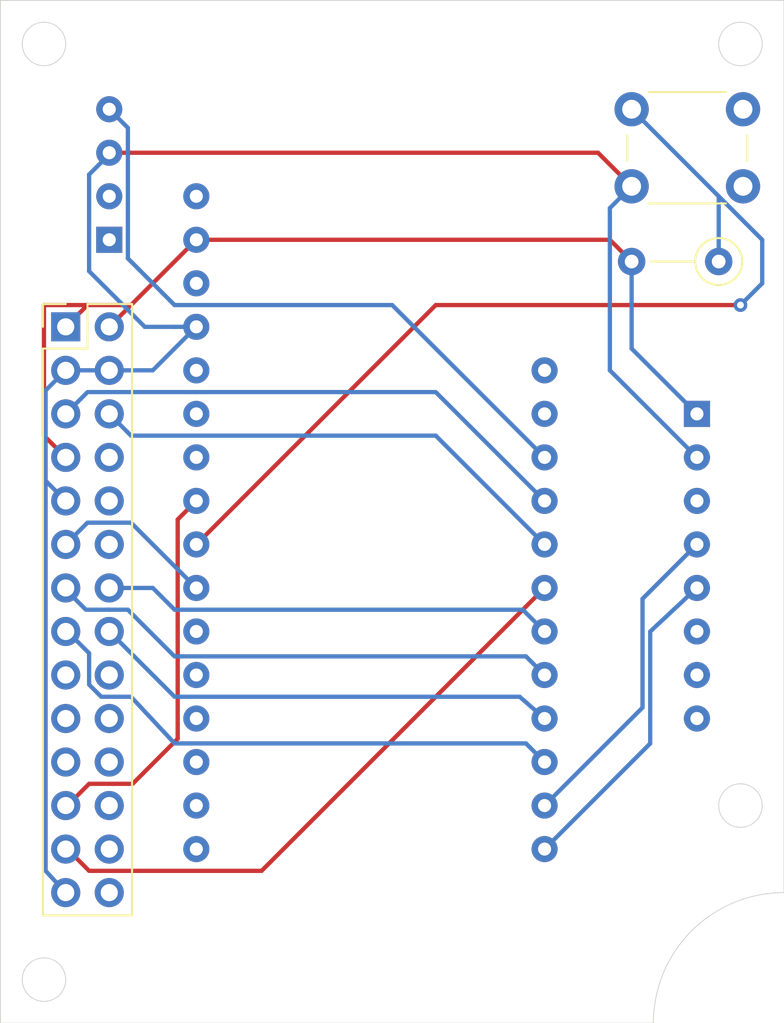
<source format=kicad_pcb>
(kicad_pcb (version 20171130) (host pcbnew "(5.1.12)-1")

  (general
    (thickness 1.6)
    (drawings 9)
    (tracks 86)
    (zones 0)
    (modules 6)
    (nets 47)
  )

  (page A4)
  (layers
    (0 F.Cu signal)
    (31 B.Cu signal)
    (32 B.Adhes user)
    (33 F.Adhes user)
    (34 B.Paste user)
    (35 F.Paste user)
    (36 B.SilkS user)
    (37 F.SilkS user)
    (38 B.Mask user)
    (39 F.Mask user)
    (40 Dwgs.User user hide)
    (41 Cmts.User user hide)
    (42 Eco1.User user hide)
    (43 Eco2.User user hide)
    (44 Edge.Cuts user)
    (45 Margin user)
    (46 B.CrtYd user)
    (47 F.CrtYd user hide)
    (48 B.Fab user)
    (49 F.Fab user)
  )

  (setup
    (last_trace_width 0.25)
    (trace_clearance 0.2)
    (zone_clearance 0.508)
    (zone_45_only no)
    (trace_min 0.2)
    (via_size 0.8)
    (via_drill 0.4)
    (via_min_size 0.4)
    (via_min_drill 0.3)
    (uvia_size 0.3)
    (uvia_drill 0.1)
    (uvias_allowed no)
    (uvia_min_size 0.2)
    (uvia_min_drill 0.1)
    (edge_width 0.05)
    (segment_width 0.2)
    (pcb_text_width 0.3)
    (pcb_text_size 1.5 1.5)
    (mod_edge_width 0.12)
    (mod_text_size 1 1)
    (mod_text_width 0.15)
    (pad_size 1.524 1.524)
    (pad_drill 0.762)
    (pad_to_mask_clearance 0)
    (aux_axis_origin 0 0)
    (visible_elements 7FFFFFFF)
    (pcbplotparams
      (layerselection 0x3f0fc_ffffffff)
      (usegerberextensions false)
      (usegerberattributes true)
      (usegerberadvancedattributes true)
      (creategerberjobfile true)
      (excludeedgelayer true)
      (linewidth 0.100000)
      (plotframeref false)
      (viasonmask false)
      (mode 1)
      (useauxorigin false)
      (hpglpennumber 1)
      (hpglpenspeed 20)
      (hpglpendiameter 15.000000)
      (psnegative false)
      (psa4output false)
      (plotreference true)
      (plotvalue true)
      (plotinvisibletext false)
      (padsonsilk false)
      (subtractmaskfromsilk false)
      (outputformat 1)
      (mirror false)
      (drillshape 0)
      (scaleselection 1)
      (outputdirectory "out/"))
  )

  (net 0 "")
  (net 1 "Net-(H1-Pad28)")
  (net 2 GND)
  (net 3 "Net-(H1-Pad26)")
  (net 4 /M3SLP)
  (net 5 "Net-(H1-Pad24)")
  (net 6 /M3PWM)
  (net 7 "Net-(H1-Pad22)")
  (net 8 "Net-(H1-Pad21)")
  (net 9 "Net-(H1-Pad20)")
  (net 10 "Net-(H1-Pad19)")
  (net 11 "Net-(H1-Pad18)")
  (net 12 "Net-(H1-Pad17)")
  (net 13 /M2SLP)
  (net 14 /M1SLP)
  (net 15 /M2PWM)
  (net 16 /M1PWM)
  (net 17 "Net-(H1-Pad12)")
  (net 18 /SOFT_LOCK1)
  (net 19 "Net-(H1-Pad10)")
  (net 20 "Net-(H1-Pad8)")
  (net 21 3V)
  (net 22 /FIRE_DOWN)
  (net 23 /REV_DOWN)
  (net 24 /BT_INT)
  (net 25 "Net-(MCU1-Pad6)")
  (net 26 /RESET_DOWN)
  (net 27 "Net-(MCU1-Pad11)")
  (net 28 "Net-(MCU1-Pad12)")
  (net 29 "Net-(MCU1-Pad13)")
  (net 30 "Net-(MCU1-Pad1)")
  (net 31 "Net-(MCU1-Pad3)")
  (net 32 "Net-(MCU1-Pad7)")
  (net 33 "Net-(MCU1-Pad14)")
  (net 34 "Net-(MCU1-Pad15)")
  (net 35 "Net-(MCU1-Pad16)")
  (net 36 SDA)
  (net 37 SCL)
  (net 38 5V)
  (net 39 "Net-(MCU1-Pad18)")
  (net 40 "Net-(MCU1-Pad17)")
  (net 41 11V)
  (net 42 "Net-(P1-Pad1)")
  (net 43 "Net-(F1-Pad3)")
  (net 44 "Net-(F1-Pad6)")
  (net 45 "Net-(F1-Pad7)")
  (net 46 "Net-(F1-Pad8)")

  (net_class Default "This is the default net class."
    (clearance 0.2)
    (trace_width 0.25)
    (via_dia 0.8)
    (via_drill 0.4)
    (uvia_dia 0.3)
    (uvia_drill 0.1)
    (add_net /BT_INT)
    (add_net /FIRE_DOWN)
    (add_net /M1PWM)
    (add_net /M1SLP)
    (add_net /M2PWM)
    (add_net /M2SLP)
    (add_net /M3PWM)
    (add_net /M3SLP)
    (add_net /RESET_DOWN)
    (add_net /REV_DOWN)
    (add_net /SOFT_LOCK1)
    (add_net 11V)
    (add_net 3V)
    (add_net 5V)
    (add_net GND)
    (add_net "Net-(F1-Pad3)")
    (add_net "Net-(F1-Pad6)")
    (add_net "Net-(F1-Pad7)")
    (add_net "Net-(F1-Pad8)")
    (add_net "Net-(H1-Pad10)")
    (add_net "Net-(H1-Pad12)")
    (add_net "Net-(H1-Pad17)")
    (add_net "Net-(H1-Pad18)")
    (add_net "Net-(H1-Pad19)")
    (add_net "Net-(H1-Pad20)")
    (add_net "Net-(H1-Pad21)")
    (add_net "Net-(H1-Pad22)")
    (add_net "Net-(H1-Pad24)")
    (add_net "Net-(H1-Pad26)")
    (add_net "Net-(H1-Pad28)")
    (add_net "Net-(H1-Pad8)")
    (add_net "Net-(MCU1-Pad1)")
    (add_net "Net-(MCU1-Pad11)")
    (add_net "Net-(MCU1-Pad12)")
    (add_net "Net-(MCU1-Pad13)")
    (add_net "Net-(MCU1-Pad14)")
    (add_net "Net-(MCU1-Pad15)")
    (add_net "Net-(MCU1-Pad16)")
    (add_net "Net-(MCU1-Pad17)")
    (add_net "Net-(MCU1-Pad18)")
    (add_net "Net-(MCU1-Pad3)")
    (add_net "Net-(MCU1-Pad6)")
    (add_net "Net-(MCU1-Pad7)")
    (add_net "Net-(P1-Pad1)")
    (add_net SCL)
    (add_net SDA)
  )

  (module Adafruit:Adafruit_I2C_FRAM_Breakout (layer B.Cu) (tedit 61AD7476) (tstamp 61ADD258)
    (at 124.46 110.49 270)
    (path /61C6969C)
    (fp_text reference F1 (at 0 10.16 90) (layer B.SilkS) hide
      (effects (font (size 1 1) (thickness 0.15)) (justify mirror))
    )
    (fp_text value "FRAM Breakout" (at 0 10.16 90) (layer B.Fab) hide
      (effects (font (size 1 1) (thickness 0.15)) (justify mirror))
    )
    (fp_line (start 10.795 8.255) (end -10.795 8.255) (layer B.CrtYd) (width 0.12))
    (fp_line (start 10.795 -8.255) (end 10.795 8.255) (layer B.CrtYd) (width 0.12))
    (fp_line (start -10.795 -8.255) (end 10.795 -8.255) (layer B.CrtYd) (width 0.12))
    (fp_line (start -10.795 8.255) (end -10.795 -8.255) (layer B.CrtYd) (width 0.12))
    (pad 1 thru_hole rect (at -8.89 -5.08 270) (size 1.524 1.524) (drill 0.762) (layers *.Cu *.Mask)
      (net 21 3V))
    (pad 2 thru_hole circle (at -6.35 -5.08 270) (size 1.524 1.524) (drill 0.762) (layers *.Cu *.Mask)
      (net 2 GND))
    (pad 3 thru_hole circle (at -3.81 -5.08 270) (size 1.524 1.524) (drill 0.762) (layers *.Cu *.Mask)
      (net 43 "Net-(F1-Pad3)"))
    (pad 4 thru_hole circle (at -1.27 -5.08 270) (size 1.524 1.524) (drill 0.762) (layers *.Cu *.Mask)
      (net 37 SCL))
    (pad 5 thru_hole circle (at 1.27 -5.08 270) (size 1.524 1.524) (drill 0.762) (layers *.Cu *.Mask)
      (net 36 SDA))
    (pad 6 thru_hole circle (at 3.81 -5.08 270) (size 1.524 1.524) (drill 0.762) (layers *.Cu *.Mask)
      (net 44 "Net-(F1-Pad6)"))
    (pad 7 thru_hole circle (at 6.35 -5.08 270) (size 1.524 1.524) (drill 0.762) (layers *.Cu *.Mask)
      (net 45 "Net-(F1-Pad7)"))
    (pad 8 thru_hole circle (at 8.89 -5.08 270) (size 1.524 1.524) (drill 0.762) (layers *.Cu *.Mask)
      (net 46 "Net-(F1-Pad8)"))
  )

  (module Pololu:5V_Step_Down_Regulator_500mA (layer B.Cu) (tedit 61AD7460) (tstamp 61AC824C)
    (at 100.33 87.63 90)
    (path /61B01FC1)
    (fp_text reference P1 (at 0 -7.62 90) (layer B.SilkS) hide
      (effects (font (size 1 1) (thickness 0.15)) (justify mirror))
    )
    (fp_text value Pololu_5V_Step_Down_Regulator (at 0 7.62 90) (layer B.Fab) hide
      (effects (font (size 1 1) (thickness 0.15)) (justify mirror))
    )
    (fp_line (start -5.08 6.35) (end 5.08 6.35) (layer B.CrtYd) (width 0.12))
    (fp_line (start 5.08 -6.35) (end 5.08 6.35) (layer B.CrtYd) (width 0.12))
    (fp_line (start -5.08 -6.35) (end 5.08 -6.35) (layer B.CrtYd) (width 0.12))
    (fp_line (start -5.08 -6.35) (end -5.08 6.35) (layer B.CrtYd) (width 0.12))
    (pad 4 thru_hole circle (at 3.81 -5.08 90) (size 1.524 1.524) (drill 0.762) (layers *.Cu *.Mask)
      (net 38 5V))
    (pad 3 thru_hole circle (at 1.27 -5.08 90) (size 1.524 1.524) (drill 0.762) (layers *.Cu *.Mask)
      (net 2 GND))
    (pad 2 thru_hole circle (at -1.27 -5.08 90) (size 1.524 1.524) (drill 0.762) (layers *.Cu *.Mask)
      (net 41 11V))
    (pad 1 thru_hole rect (at -3.81 -5.08 90) (size 1.524 1.524) (drill 0.762) (layers *.Cu *.Mask)
      (net 42 "Net-(P1-Pad1)"))
  )

  (module Adafruit:Adafruit_Feather_M4_Express (layer F.Cu) (tedit 61A92417) (tstamp 61A990BE)
    (at 110.49 107.95)
    (path /61C428BA)
    (fp_text reference MCU1 (at 0 -27.94) (layer F.SilkS) hide
      (effects (font (size 1 1) (thickness 0.15)))
    )
    (fp_text value Adafruit_Feather_M4_Express (at 0 -1.27 90) (layer F.Fab) hide
      (effects (font (size 1 1) (thickness 0.15)))
    )
    (fp_line (start 12.7 -26.67) (end 12.7 26.67) (layer F.CrtYd) (width 0.12))
    (fp_line (start -12.7 -26.67) (end 12.7 -26.67) (layer F.CrtYd) (width 0.12))
    (fp_line (start -12.7 26.67) (end -12.7 -26.67) (layer F.CrtYd) (width 0.12))
    (fp_line (start 12.7 26.67) (end -12.7 26.67) (layer F.CrtYd) (width 0.12))
    (pad 1 thru_hole circle (at -10.16 -19.05) (size 1.524 1.524) (drill 0.762) (layers *.Cu *.Mask)
      (net 30 "Net-(MCU1-Pad1)"))
    (pad 2 thru_hole circle (at -10.16 -16.51) (size 1.524 1.524) (drill 0.762) (layers *.Cu *.Mask)
      (net 21 3V))
    (pad 3 thru_hole circle (at -10.16 -13.97) (size 1.524 1.524) (drill 0.762) (layers *.Cu *.Mask)
      (net 31 "Net-(MCU1-Pad3)"))
    (pad 4 thru_hole circle (at -10.16 -11.43) (size 1.524 1.524) (drill 0.762) (layers *.Cu *.Mask)
      (net 2 GND))
    (pad 5 thru_hole circle (at -10.16 -8.89) (size 1.524 1.524) (drill 0.762) (layers *.Cu *.Mask)
      (net 24 /BT_INT))
    (pad 6 thru_hole circle (at -10.16 -6.35) (size 1.524 1.524) (drill 0.762) (layers *.Cu *.Mask)
      (net 25 "Net-(MCU1-Pad6)"))
    (pad 7 thru_hole circle (at -10.16 -3.81) (size 1.524 1.524) (drill 0.762) (layers *.Cu *.Mask)
      (net 32 "Net-(MCU1-Pad7)"))
    (pad 8 thru_hole circle (at -10.16 -1.27) (size 1.524 1.524) (drill 0.762) (layers *.Cu *.Mask)
      (net 4 /M3SLP))
    (pad 9 thru_hole circle (at -10.16 1.27) (size 1.524 1.524) (drill 0.762) (layers *.Cu *.Mask)
      (net 26 /RESET_DOWN))
    (pad 10 thru_hole circle (at -10.16 3.81) (size 1.524 1.524) (drill 0.762) (layers *.Cu *.Mask)
      (net 18 /SOFT_LOCK1))
    (pad 11 thru_hole circle (at -10.16 6.35) (size 1.524 1.524) (drill 0.762) (layers *.Cu *.Mask)
      (net 27 "Net-(MCU1-Pad11)"))
    (pad 12 thru_hole circle (at -10.16 8.89) (size 1.524 1.524) (drill 0.762) (layers *.Cu *.Mask)
      (net 28 "Net-(MCU1-Pad12)"))
    (pad 13 thru_hole circle (at -10.16 11.43) (size 1.524 1.524) (drill 0.762) (layers *.Cu *.Mask)
      (net 29 "Net-(MCU1-Pad13)"))
    (pad 14 thru_hole circle (at -10.16 13.97) (size 1.524 1.524) (drill 0.762) (layers *.Cu *.Mask)
      (net 33 "Net-(MCU1-Pad14)"))
    (pad 15 thru_hole circle (at -10.16 16.51) (size 1.524 1.524) (drill 0.762) (layers *.Cu *.Mask)
      (net 34 "Net-(MCU1-Pad15)"))
    (pad 16 thru_hole circle (at -10.16 19.05) (size 1.524 1.524) (drill 0.762) (layers *.Cu *.Mask)
      (net 35 "Net-(MCU1-Pad16)"))
    (pad 28 thru_hole circle (at 10.16 19.05) (size 1.524 1.524) (drill 0.762) (layers *.Cu *.Mask)
      (net 36 SDA))
    (pad 27 thru_hole circle (at 10.16 16.51) (size 1.524 1.524) (drill 0.762) (layers *.Cu *.Mask)
      (net 37 SCL))
    (pad 26 thru_hole circle (at 10.16 13.97) (size 1.524 1.524) (drill 0.762) (layers *.Cu *.Mask)
      (net 16 /M1PWM))
    (pad 25 thru_hole circle (at 10.16 11.43) (size 1.524 1.524) (drill 0.762) (layers *.Cu *.Mask)
      (net 15 /M2PWM))
    (pad 24 thru_hole circle (at 10.16 8.89) (size 1.524 1.524) (drill 0.762) (layers *.Cu *.Mask)
      (net 14 /M1SLP))
    (pad 23 thru_hole circle (at 10.16 6.35) (size 1.524 1.524) (drill 0.762) (layers *.Cu *.Mask)
      (net 13 /M2SLP))
    (pad 22 thru_hole circle (at 10.16 3.81) (size 1.524 1.524) (drill 0.762) (layers *.Cu *.Mask)
      (net 6 /M3PWM))
    (pad 21 thru_hole circle (at 10.16 1.27) (size 1.524 1.524) (drill 0.762) (layers *.Cu *.Mask)
      (net 22 /FIRE_DOWN))
    (pad 20 thru_hole circle (at 10.16 -1.27) (size 1.524 1.524) (drill 0.762) (layers *.Cu *.Mask)
      (net 23 /REV_DOWN))
    (pad 19 thru_hole circle (at 10.16 -3.81) (size 1.524 1.524) (drill 0.762) (layers *.Cu *.Mask)
      (net 38 5V))
    (pad 18 thru_hole circle (at 10.16 -6.35) (size 1.524 1.524) (drill 0.762) (layers *.Cu *.Mask)
      (net 39 "Net-(MCU1-Pad18)"))
    (pad 17 thru_hole circle (at 10.16 -8.89) (size 1.524 1.524) (drill 0.762) (layers *.Cu *.Mask)
      (net 40 "Net-(MCU1-Pad17)"))
  )

  (module Resistor_THT:R_Axial_DIN0207_L6.3mm_D2.5mm_P5.08mm_Vertical (layer F.Cu) (tedit 5AE5139B) (tstamp 61AA8922)
    (at 130.81 92.71 180)
    (descr "Resistor, Axial_DIN0207 series, Axial, Vertical, pin pitch=5.08mm, 0.25W = 1/4W, length*diameter=6.3*2.5mm^2, http://cdn-reichelt.de/documents/datenblatt/B400/1_4W%23YAG.pdf")
    (tags "Resistor Axial_DIN0207 series Axial Vertical pin pitch 5.08mm 0.25W = 1/4W length 6.3mm diameter 2.5mm")
    (path /5F698060)
    (fp_text reference R1 (at 2.54 -2.37) (layer F.SilkS) hide
      (effects (font (size 1 1) (thickness 0.15)))
    )
    (fp_text value 10K (at 2.54 2.37) (layer F.Fab) hide
      (effects (font (size 1 1) (thickness 0.15)))
    )
    (fp_text user %R (at 2.54 -2.37) (layer F.Fab) hide
      (effects (font (size 1 1) (thickness 0.15)))
    )
    (fp_circle (center 0 0) (end 1.25 0) (layer F.Fab) (width 0.1))
    (fp_circle (center 0 0) (end 1.37 0) (layer F.SilkS) (width 0.12))
    (fp_line (start 0 0) (end 5.08 0) (layer F.Fab) (width 0.1))
    (fp_line (start 1.37 0) (end 3.98 0) (layer F.SilkS) (width 0.12))
    (fp_line (start -1.5 -1.5) (end -1.5 1.5) (layer F.CrtYd) (width 0.05))
    (fp_line (start -1.5 1.5) (end 6.13 1.5) (layer F.CrtYd) (width 0.05))
    (fp_line (start 6.13 1.5) (end 6.13 -1.5) (layer F.CrtYd) (width 0.05))
    (fp_line (start 6.13 -1.5) (end -1.5 -1.5) (layer F.CrtYd) (width 0.05))
    (pad 2 thru_hole oval (at 5.08 0 180) (size 1.6 1.6) (drill 0.8) (layers *.Cu *.Mask)
      (net 21 3V))
    (pad 1 thru_hole circle (at 0 0 180) (size 1.6 1.6) (drill 0.8) (layers *.Cu *.Mask)
      (net 26 /RESET_DOWN))
    (model ${KISYS3DMOD}/Resistor_THT.3dshapes/R_Axial_DIN0207_L6.3mm_D2.5mm_P5.08mm_Vertical.wrl
      (at (xyz 0 0 0))
      (scale (xyz 1 1 1))
      (rotate (xyz 0 0 0))
    )
  )

  (module Button_Switch_THT:SW_PUSH_6mm (layer F.Cu) (tedit 5A02FE31) (tstamp 61AA895C)
    (at 125.73 83.82)
    (descr https://www.omron.com/ecb/products/pdf/en-b3f.pdf)
    (tags "tact sw push 6mm")
    (path /5F69805A)
    (fp_text reference SW1 (at 3.25 -2) (layer F.SilkS) hide
      (effects (font (size 1 1) (thickness 0.15)))
    )
    (fp_text value Reset (at 3.302 6.7) (layer F.Fab)
      (effects (font (size 1 1) (thickness 0.15)))
    )
    (fp_text user %R (at 3.25 2.25 180) (layer F.Fab)
      (effects (font (size 1 1) (thickness 0.15)))
    )
    (fp_line (start 3.25 -0.75) (end 6.25 -0.75) (layer F.Fab) (width 0.1))
    (fp_line (start 6.25 -0.75) (end 6.25 5.25) (layer F.Fab) (width 0.1))
    (fp_line (start 6.25 5.25) (end 0.25 5.25) (layer F.Fab) (width 0.1))
    (fp_line (start 0.25 5.25) (end 0.25 -0.75) (layer F.Fab) (width 0.1))
    (fp_line (start 0.25 -0.75) (end 3.25 -0.75) (layer F.Fab) (width 0.1))
    (fp_line (start 7.75 6) (end 8 6) (layer F.CrtYd) (width 0.05))
    (fp_line (start 8 6) (end 8 5.75) (layer F.CrtYd) (width 0.05))
    (fp_line (start 7.75 -1.5) (end 8 -1.5) (layer F.CrtYd) (width 0.05))
    (fp_line (start 8 -1.5) (end 8 -1.25) (layer F.CrtYd) (width 0.05))
    (fp_line (start -1.5 -1.25) (end -1.5 -1.5) (layer F.CrtYd) (width 0.05))
    (fp_line (start -1.5 -1.5) (end -1.25 -1.5) (layer F.CrtYd) (width 0.05))
    (fp_line (start -1.5 5.75) (end -1.5 6) (layer F.CrtYd) (width 0.05))
    (fp_line (start -1.5 6) (end -1.25 6) (layer F.CrtYd) (width 0.05))
    (fp_line (start -1.25 -1.5) (end 7.75 -1.5) (layer F.CrtYd) (width 0.05))
    (fp_line (start -1.5 5.75) (end -1.5 -1.25) (layer F.CrtYd) (width 0.05))
    (fp_line (start 7.75 6) (end -1.25 6) (layer F.CrtYd) (width 0.05))
    (fp_line (start 8 -1.25) (end 8 5.75) (layer F.CrtYd) (width 0.05))
    (fp_line (start 1 5.5) (end 5.5 5.5) (layer F.SilkS) (width 0.12))
    (fp_line (start -0.25 1.5) (end -0.25 3) (layer F.SilkS) (width 0.12))
    (fp_line (start 5.5 -1) (end 1 -1) (layer F.SilkS) (width 0.12))
    (fp_line (start 6.75 3) (end 6.75 1.5) (layer F.SilkS) (width 0.12))
    (fp_circle (center 3.25 2.25) (end 1.25 2.5) (layer F.Fab) (width 0.1))
    (pad 1 thru_hole circle (at 6.5 0 90) (size 2 2) (drill 1.1) (layers *.Cu *.Mask)
      (net 26 /RESET_DOWN))
    (pad 2 thru_hole circle (at 6.5 4.5 90) (size 2 2) (drill 1.1) (layers *.Cu *.Mask)
      (net 2 GND))
    (pad 1 thru_hole circle (at 0 0 90) (size 2 2) (drill 1.1) (layers *.Cu *.Mask)
      (net 26 /RESET_DOWN))
    (pad 2 thru_hole circle (at 0 4.5 90) (size 2 2) (drill 1.1) (layers *.Cu *.Mask)
      (net 2 GND))
    (model ${KISYS3DMOD}/Button_Switch_THT.3dshapes/SW_PUSH_6mm.wrl
      (at (xyz 0 0 0))
      (scale (xyz 1 1 1))
      (rotate (xyz 0 0 0))
    )
  )

  (module Connector_PinHeader_2.54mm:PinHeader_2x14_P2.54mm_Vertical (layer F.Cu) (tedit 59FED5CC) (tstamp 61AADB34)
    (at 92.71 96.52)
    (descr "Through hole straight pin header, 2x14, 2.54mm pitch, double rows")
    (tags "Through hole pin header THT 2x14 2.54mm double row")
    (path /61B4EED6)
    (fp_text reference H1 (at 1.27 -2.33) (layer F.SilkS) hide
      (effects (font (size 1 1) (thickness 0.15)))
    )
    (fp_text value " " (at -2.54 16.51 270) (layer F.Fab)
      (effects (font (size 1 1) (thickness 0.15)))
    )
    (fp_text user %R (at 1.27 16.51 90) (layer F.Fab)
      (effects (font (size 1 1) (thickness 0.15)))
    )
    (fp_line (start 0 -1.27) (end 3.81 -1.27) (layer F.Fab) (width 0.1))
    (fp_line (start 3.81 -1.27) (end 3.81 34.29) (layer F.Fab) (width 0.1))
    (fp_line (start 3.81 34.29) (end -1.27 34.29) (layer F.Fab) (width 0.1))
    (fp_line (start -1.27 34.29) (end -1.27 0) (layer F.Fab) (width 0.1))
    (fp_line (start -1.27 0) (end 0 -1.27) (layer F.Fab) (width 0.1))
    (fp_line (start -1.33 34.35) (end 3.87 34.35) (layer F.SilkS) (width 0.12))
    (fp_line (start -1.33 1.27) (end -1.33 34.35) (layer F.SilkS) (width 0.12))
    (fp_line (start 3.87 -1.33) (end 3.87 34.35) (layer F.SilkS) (width 0.12))
    (fp_line (start -1.33 1.27) (end 1.27 1.27) (layer F.SilkS) (width 0.12))
    (fp_line (start 1.27 1.27) (end 1.27 -1.33) (layer F.SilkS) (width 0.12))
    (fp_line (start 1.27 -1.33) (end 3.87 -1.33) (layer F.SilkS) (width 0.12))
    (fp_line (start -1.33 0) (end -1.33 -1.33) (layer F.SilkS) (width 0.12))
    (fp_line (start -1.33 -1.33) (end 0 -1.33) (layer F.SilkS) (width 0.12))
    (fp_line (start -1.8 -1.8) (end -1.8 34.8) (layer F.CrtYd) (width 0.05))
    (fp_line (start -1.8 34.8) (end 4.35 34.8) (layer F.CrtYd) (width 0.05))
    (fp_line (start 4.35 34.8) (end 4.35 -1.8) (layer F.CrtYd) (width 0.05))
    (fp_line (start 4.35 -1.8) (end -1.8 -1.8) (layer F.CrtYd) (width 0.05))
    (pad 28 thru_hole oval (at 2.54 33.02) (size 1.7 1.7) (drill 1) (layers *.Cu *.Mask)
      (net 1 "Net-(H1-Pad28)"))
    (pad 27 thru_hole oval (at 0 33.02) (size 1.7 1.7) (drill 1) (layers *.Cu *.Mask)
      (net 2 GND))
    (pad 26 thru_hole oval (at 2.54 30.48) (size 1.7 1.7) (drill 1) (layers *.Cu *.Mask)
      (net 3 "Net-(H1-Pad26)"))
    (pad 25 thru_hole oval (at 0 30.48) (size 1.7 1.7) (drill 1) (layers *.Cu *.Mask)
      (net 6 /M3PWM))
    (pad 24 thru_hole oval (at 2.54 27.94) (size 1.7 1.7) (drill 1) (layers *.Cu *.Mask)
      (net 5 "Net-(H1-Pad24)"))
    (pad 23 thru_hole oval (at 0 27.94) (size 1.7 1.7) (drill 1) (layers *.Cu *.Mask)
      (net 4 /M3SLP))
    (pad 22 thru_hole oval (at 2.54 25.4) (size 1.7 1.7) (drill 1) (layers *.Cu *.Mask)
      (net 7 "Net-(H1-Pad22)"))
    (pad 21 thru_hole oval (at 0 25.4) (size 1.7 1.7) (drill 1) (layers *.Cu *.Mask)
      (net 8 "Net-(H1-Pad21)"))
    (pad 20 thru_hole oval (at 2.54 22.86) (size 1.7 1.7) (drill 1) (layers *.Cu *.Mask)
      (net 9 "Net-(H1-Pad20)"))
    (pad 19 thru_hole oval (at 0 22.86) (size 1.7 1.7) (drill 1) (layers *.Cu *.Mask)
      (net 10 "Net-(H1-Pad19)"))
    (pad 18 thru_hole oval (at 2.54 20.32) (size 1.7 1.7) (drill 1) (layers *.Cu *.Mask)
      (net 11 "Net-(H1-Pad18)"))
    (pad 17 thru_hole oval (at 0 20.32) (size 1.7 1.7) (drill 1) (layers *.Cu *.Mask)
      (net 12 "Net-(H1-Pad17)"))
    (pad 16 thru_hole oval (at 2.54 17.78) (size 1.7 1.7) (drill 1) (layers *.Cu *.Mask)
      (net 15 /M2PWM))
    (pad 15 thru_hole oval (at 0 17.78) (size 1.7 1.7) (drill 1) (layers *.Cu *.Mask)
      (net 16 /M1PWM))
    (pad 14 thru_hole oval (at 2.54 15.24) (size 1.7 1.7) (drill 1) (layers *.Cu *.Mask)
      (net 13 /M2SLP))
    (pad 13 thru_hole oval (at 0 15.24) (size 1.7 1.7) (drill 1) (layers *.Cu *.Mask)
      (net 14 /M1SLP))
    (pad 12 thru_hole oval (at 2.54 12.7) (size 1.7 1.7) (drill 1) (layers *.Cu *.Mask)
      (net 17 "Net-(H1-Pad12)"))
    (pad 11 thru_hole oval (at 0 12.7) (size 1.7 1.7) (drill 1) (layers *.Cu *.Mask)
      (net 18 /SOFT_LOCK1))
    (pad 10 thru_hole oval (at 2.54 10.16) (size 1.7 1.7) (drill 1) (layers *.Cu *.Mask)
      (net 19 "Net-(H1-Pad10)"))
    (pad 9 thru_hole oval (at 0 10.16) (size 1.7 1.7) (drill 1) (layers *.Cu *.Mask)
      (net 2 GND))
    (pad 8 thru_hole oval (at 2.54 7.62) (size 1.7 1.7) (drill 1) (layers *.Cu *.Mask)
      (net 20 "Net-(H1-Pad8)"))
    (pad 7 thru_hole oval (at 0 7.62) (size 1.7 1.7) (drill 1) (layers *.Cu *.Mask)
      (net 21 3V))
    (pad 6 thru_hole oval (at 2.54 5.08) (size 1.7 1.7) (drill 1) (layers *.Cu *.Mask)
      (net 22 /FIRE_DOWN))
    (pad 5 thru_hole oval (at 0 5.08) (size 1.7 1.7) (drill 1) (layers *.Cu *.Mask)
      (net 23 /REV_DOWN))
    (pad 4 thru_hole oval (at 2.54 2.54) (size 1.7 1.7) (drill 1) (layers *.Cu *.Mask)
      (net 2 GND))
    (pad 3 thru_hole oval (at 0 2.54) (size 1.7 1.7) (drill 1) (layers *.Cu *.Mask)
      (net 2 GND))
    (pad 2 thru_hole oval (at 2.54 0) (size 1.7 1.7) (drill 1) (layers *.Cu *.Mask)
      (net 21 3V))
    (pad 1 thru_hole rect (at 0 0) (size 1.7 1.7) (drill 1) (layers *.Cu *.Mask)
      (net 21 3V))
    (model ${KISYS3DMOD}/Connector_PinHeader_2.54mm.3dshapes/PinHeader_2x14_P2.54mm_Vertical.wrl
      (at (xyz 0 0 0))
      (scale (xyz 1 1 1))
      (rotate (xyz 0 0 0))
    )
  )

  (gr_circle (center 91.44 134.62) (end 91.44 135.89) (layer Edge.Cuts) (width 0.05))
  (gr_circle (center 132.08 124.46) (end 133.35 124.46) (layer Edge.Cuts) (width 0.05))
  (gr_circle (center 132.08 80.01) (end 133.35 80.01) (layer Edge.Cuts) (width 0.05))
  (gr_circle (center 91.44 80.01) (end 90.17 80.01) (layer Edge.Cuts) (width 0.05))
  (gr_arc (start 134.62 137.16) (end 134.62 129.54) (angle -90) (layer Edge.Cuts) (width 0.05))
  (gr_line (start 88.9 137.16) (end 127 137.16) (layer Edge.Cuts) (width 0.05))
  (gr_line (start 88.9 77.47) (end 88.9 137.16) (layer Edge.Cuts) (width 0.05))
  (gr_line (start 134.62 77.47) (end 134.62 129.54) (layer Edge.Cuts) (width 0.05))
  (gr_line (start 88.9 77.47) (end 134.62 77.47) (layer Edge.Cuts) (width 0.05))

  (segment (start 95.25 99.06) (end 92.71 99.06) (width 0.25) (layer B.Cu) (net 2))
  (segment (start 91.534999 105.504999) (end 92.71 106.68) (width 0.25) (layer B.Cu) (net 2))
  (segment (start 92.71 99.06) (end 91.534999 100.235001) (width 0.25) (layer B.Cu) (net 2))
  (segment (start 95.25 86.454999) (end 94.074999 87.63) (width 0.25) (layer B.Cu) (net 2))
  (segment (start 97.79 99.06) (end 100.33 96.52) (width 0.25) (layer B.Cu) (net 2))
  (segment (start 95.25 99.06) (end 97.79 99.06) (width 0.25) (layer B.Cu) (net 2))
  (segment (start 91.534999 100.33) (end 91.534999 106.774999) (width 0.25) (layer B.Cu) (net 2))
  (segment (start 91.534999 106.774999) (end 91.534999 128.27) (width 0.25) (layer B.Cu) (net 2))
  (segment (start 91.534999 128.27) (end 92.71 129.54) (width 0.25) (layer B.Cu) (net 2))
  (segment (start 124.46 99.06) (end 129.54 104.14) (width 0.25) (layer B.Cu) (net 2))
  (segment (start 124.46 89.59) (end 124.46 99.06) (width 0.25) (layer B.Cu) (net 2))
  (segment (start 125.73 88.32) (end 124.46 89.59) (width 0.25) (layer B.Cu) (net 2))
  (segment (start 99.06 96.52) (end 100.33 96.52) (width 0.25) (layer B.Cu) (net 2))
  (segment (start 97.320998 96.52) (end 99.06 96.52) (width 0.25) (layer B.Cu) (net 2))
  (segment (start 94.074999 93.274001) (end 97.320998 96.52) (width 0.25) (layer B.Cu) (net 2))
  (segment (start 94.074999 87.63) (end 94.074999 93.274001) (width 0.25) (layer B.Cu) (net 2))
  (segment (start 123.77 86.36) (end 125.73 88.32) (width 0.25) (layer F.Cu) (net 2))
  (segment (start 95.25 86.36) (end 123.77 86.36) (width 0.25) (layer F.Cu) (net 2))
  (segment (start 96.614999 123.19) (end 99.242999 120.562) (width 0.25) (layer F.Cu) (net 4))
  (segment (start 99.242999 107.767001) (end 100.33 106.68) (width 0.25) (layer F.Cu) (net 4))
  (segment (start 99.242999 120.562) (end 99.242999 107.767001) (width 0.25) (layer F.Cu) (net 4))
  (segment (start 94.074999 123.19) (end 96.614999 123.19) (width 0.25) (layer F.Cu) (net 4))
  (segment (start 92.71 124.554999) (end 94.074999 123.19) (width 0.25) (layer F.Cu) (net 4))
  (segment (start 94.074999 128.27) (end 104.14 128.27) (width 0.25) (layer F.Cu) (net 6))
  (segment (start 92.71 126.905001) (end 94.074999 128.27) (width 0.25) (layer F.Cu) (net 6))
  (segment (start 120.65 111.76) (end 104.14 128.27) (width 0.25) (layer F.Cu) (net 6))
  (segment (start 119.38 113.03) (end 120.65 114.3) (width 0.25) (layer B.Cu) (net 13))
  (segment (start 95.25 111.76) (end 97.79 111.76) (width 0.25) (layer B.Cu) (net 13))
  (segment (start 97.79 111.76) (end 99.06 113.03) (width 0.25) (layer B.Cu) (net 13))
  (segment (start 99.06 113.03) (end 119.38 113.03) (width 0.25) (layer B.Cu) (net 13))
  (segment (start 92.71 111.854999) (end 93.885001 113.03) (width 0.25) (layer B.Cu) (net 14))
  (segment (start 119.562999 115.752999) (end 120.65 116.84) (width 0.25) (layer B.Cu) (net 14))
  (segment (start 99.06 115.752999) (end 119.562999 115.752999) (width 0.25) (layer B.Cu) (net 14))
  (segment (start 96.337001 113.03) (end 95.25 113.03) (width 0.25) (layer B.Cu) (net 14))
  (segment (start 99.06 115.752999) (end 96.337001 113.03) (width 0.25) (layer B.Cu) (net 14))
  (segment (start 93.98 113.03) (end 95.25 113.03) (width 0.25) (layer B.Cu) (net 14))
  (segment (start 119.197001 118.11) (end 120.65 119.38) (width 0.25) (layer B.Cu) (net 15))
  (segment (start 99.06 118.11) (end 119.197001 118.11) (width 0.25) (layer B.Cu) (net 15))
  (segment (start 95.25 114.3) (end 99.06 118.11) (width 0.25) (layer B.Cu) (net 15))
  (segment (start 94.074999 115.57) (end 94.074999 117.309002) (width 0.25) (layer B.Cu) (net 16))
  (segment (start 92.71 114.205001) (end 94.074999 115.57) (width 0.25) (layer B.Cu) (net 16))
  (segment (start 119.562999 120.832999) (end 120.65 121.92) (width 0.25) (layer B.Cu) (net 16))
  (segment (start 99.06 120.832999) (end 119.562999 120.832999) (width 0.25) (layer B.Cu) (net 16))
  (segment (start 96.52 118.11) (end 99.06 120.832999) (width 0.25) (layer B.Cu) (net 16))
  (segment (start 94.780998 118.11) (end 96.52 118.11) (width 0.25) (layer B.Cu) (net 16))
  (segment (start 94.074999 117.404001) (end 94.780998 118.11) (width 0.25) (layer B.Cu) (net 16))
  (segment (start 96.52 107.95) (end 100.33 111.76) (width 0.25) (layer B.Cu) (net 18))
  (segment (start 93.98 107.95) (end 96.52 107.95) (width 0.25) (layer B.Cu) (net 18))
  (segment (start 92.71 109.22) (end 93.98 107.95) (width 0.25) (layer B.Cu) (net 18))
  (segment (start 100.33 91.44) (end 96.52 95.25) (width 0.25) (layer F.Cu) (net 21))
  (segment (start 124.46 91.44) (end 125.73 92.71) (width 0.25) (layer F.Cu) (net 21))
  (segment (start 100.33 91.44) (end 124.46 91.44) (width 0.25) (layer F.Cu) (net 21))
  (segment (start 96.52 95.25) (end 95.25 96.52) (width 0.25) (layer F.Cu) (net 21))
  (segment (start 91.44 102.87) (end 92.71 104.14) (width 0.25) (layer F.Cu) (net 21))
  (segment (start 91.44 95.25) (end 91.44 102.87) (width 0.25) (layer F.Cu) (net 21))
  (segment (start 93.98 95.25) (end 92.71 96.52) (width 0.25) (layer F.Cu) (net 21))
  (segment (start 96.52 95.25) (end 93.98 95.25) (width 0.25) (layer F.Cu) (net 21))
  (segment (start 93.98 95.25) (end 91.44 95.25) (width 0.25) (layer F.Cu) (net 21))
  (segment (start 125.73 97.79) (end 129.54 101.6) (width 0.25) (layer B.Cu) (net 21))
  (segment (start 125.73 92.71) (end 125.73 97.79) (width 0.25) (layer B.Cu) (net 21))
  (segment (start 114.3 102.87) (end 120.65 109.22) (width 0.25) (layer B.Cu) (net 22))
  (segment (start 96.52 102.87) (end 114.3 102.87) (width 0.25) (layer B.Cu) (net 22))
  (segment (start 96.52 102.87) (end 95.25 101.6) (width 0.25) (layer B.Cu) (net 22))
  (segment (start 92.615001 101.694999) (end 93.98 100.33) (width 0.25) (layer B.Cu) (net 23))
  (segment (start 114.3 100.33) (end 120.65 106.68) (width 0.25) (layer B.Cu) (net 23))
  (segment (start 100.33 100.33) (end 114.3 100.33) (width 0.25) (layer B.Cu) (net 23))
  (segment (start 94.074999 100.33) (end 100.33 100.33) (width 0.25) (layer B.Cu) (net 23))
  (segment (start 114.3 95.25) (end 100.33 109.22) (width 0.25) (layer F.Cu) (net 26))
  (segment (start 125.73 83.82) (end 133.35 91.44) (width 0.25) (layer B.Cu) (net 26))
  (segment (start 130.81 92.71) (end 130.81 88.9) (width 0.25) (layer B.Cu) (net 26))
  (segment (start 132.08 95.25) (end 132.08 95.25) (width 0.25) (layer F.Cu) (net 26))
  (segment (start 132.08 95.25) (end 114.3 95.25) (width 0.25) (layer F.Cu) (net 26) (tstamp 61AB92E2))
  (via (at 132.08 95.25) (size 0.8) (drill 0.4) (layers F.Cu B.Cu) (net 26))
  (segment (start 133.35 93.98) (end 132.08 95.25) (width 0.25) (layer B.Cu) (net 26))
  (segment (start 133.35 91.44) (end 133.35 93.98) (width 0.25) (layer B.Cu) (net 26))
  (segment (start 126.81501 114.3) (end 129.54 111.76) (width 0.25) (layer B.Cu) (net 36))
  (segment (start 126.81501 120.83499) (end 126.81501 114.3) (width 0.25) (layer B.Cu) (net 36))
  (segment (start 120.65 127) (end 126.81501 120.83499) (width 0.25) (layer B.Cu) (net 36))
  (segment (start 126.365 112.395) (end 129.54 109.22) (width 0.25) (layer B.Cu) (net 37))
  (segment (start 126.365 118.745) (end 126.365 112.395) (width 0.25) (layer B.Cu) (net 37))
  (segment (start 120.65 124.46) (end 126.365 118.745) (width 0.25) (layer B.Cu) (net 37))
  (segment (start 111.76 95.25) (end 120.65 104.14) (width 0.25) (layer B.Cu) (net 38))
  (segment (start 99.06 95.25) (end 111.76 95.25) (width 0.25) (layer B.Cu) (net 38))
  (segment (start 96.337001 92.527001) (end 99.06 95.25) (width 0.25) (layer B.Cu) (net 38))
  (segment (start 96.337001 84.907001) (end 96.337001 92.527001) (width 0.25) (layer B.Cu) (net 38))
  (segment (start 95.25 83.82) (end 96.337001 84.907001) (width 0.25) (layer B.Cu) (net 38))

)

</source>
